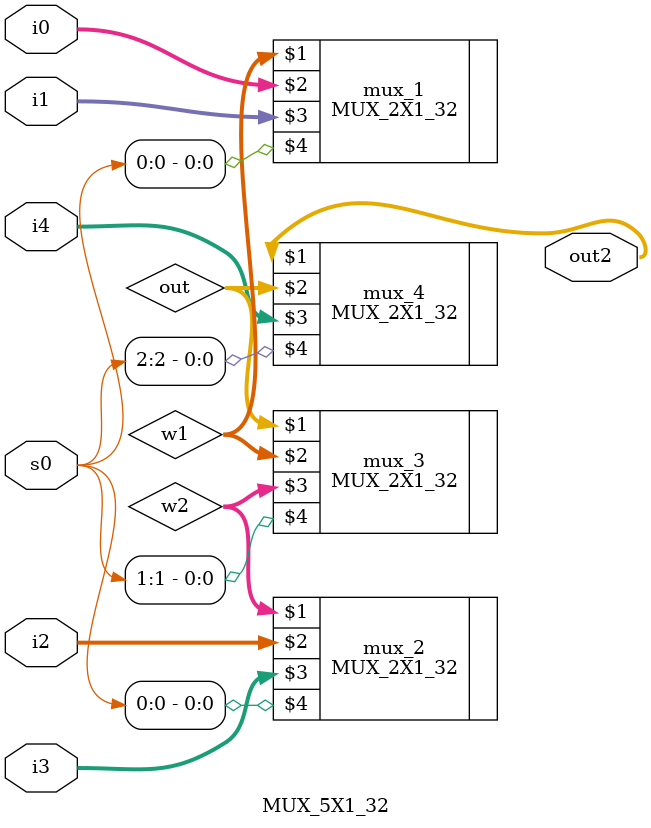
<source format=v>
module MUX_5X1_32(out2,i0,i1,i2,i3,i4,s0);
input [31:0] i0,i1,i2,i3,i4;
input [2:0]s0;
//input s1;
output [31:0] out2;
wire [31:0]w1,w2,out;
MUX_2X1_32 mux_1(w1,i0,i1,s0[0]);
MUX_2X1_32 mux_2(w2,i2,i3,s0[0]);
MUX_2X1_32 mux_3(out,w1,w2,s0[1]);
MUX_2X1_32 mux_4(out2,out,i4,s0[2]);
endmodule
</source>
